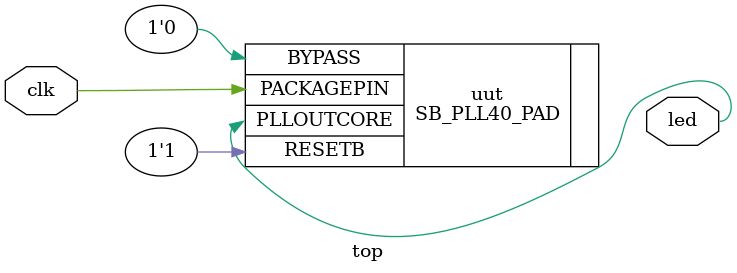
<source format=v>
`default_nettype none

module top (
	input  clk,
    output led,

);

    SB_PLL40_PAD #(.FEEDBACK_PATH("SIMPLE"),
                    .PLLOUT_SELECT("GENCLK"),
                    .DIVR(4'b0000),
                    .DIVF(7'b1010011),
                    .DIVQ(3'b101),
                    .FILTER_RANGE(3'b001)
            )
            uut
            (
                    .PACKAGEPIN(clk),
                    .PLLOUTCORE(led),
                    .RESETB(1'b1),
                    .BYPASS(1'b0)
              );

endmodule

</source>
